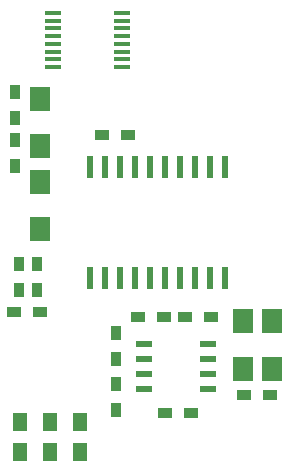
<source format=gtp>
%TF.GenerationSoftware,KiCad,Pcbnew,(5.1.6-0-10_14)*%
%TF.CreationDate,2020-09-10T15:52:44+09:00*%
%TF.ProjectId,qPCR-photosensing,71504352-2d70-4686-9f74-6f73656e7369,rev?*%
%TF.SameCoordinates,Original*%
%TF.FileFunction,Paste,Top*%
%TF.FilePolarity,Positive*%
%FSLAX46Y46*%
G04 Gerber Fmt 4.6, Leading zero omitted, Abs format (unit mm)*
G04 Created by KiCad (PCBNEW (5.1.6-0-10_14)) date 2020-09-10 15:52:44*
%MOMM*%
%LPD*%
G01*
G04 APERTURE LIST*
%ADD10R,1.200000X0.900000*%
%ADD11R,1.700000X2.000000*%
%ADD12R,0.900000X1.200000*%
%ADD13R,0.558800X1.981200*%
%ADD14R,1.473200X0.355600*%
%ADD15R,1.460500X0.558800*%
%ADD16R,1.250000X1.500000*%
G04 APERTURE END LIST*
D10*
%TO.C,C1*%
X93000000Y-94000000D03*
X90800000Y-94000000D03*
%TD*%
%TO.C,C2*%
X100470800Y-79038200D03*
X98270800Y-79038200D03*
%TD*%
D11*
%TO.C,C3*%
X93000000Y-83000000D03*
X93000000Y-87000000D03*
%TD*%
D12*
%TO.C,C4*%
X99444300Y-102305000D03*
X99444300Y-100105000D03*
%TD*%
D11*
%TO.C,C5*%
X93000000Y-80000000D03*
X93000000Y-76000000D03*
%TD*%
D10*
%TO.C,C6*%
X105769000Y-102619000D03*
X103569000Y-102619000D03*
%TD*%
D11*
%TO.C,C8*%
X110163000Y-98821500D03*
X110163000Y-94821500D03*
%TD*%
%TO.C,C9*%
X112652000Y-94821500D03*
X112652000Y-98821500D03*
%TD*%
D12*
%TO.C,R1*%
X92765600Y-90000000D03*
X92765600Y-92200000D03*
%TD*%
%TO.C,R2*%
X91190800Y-90000000D03*
X91190800Y-92200000D03*
%TD*%
%TO.C,R3*%
X90875100Y-81657800D03*
X90875100Y-79457800D03*
%TD*%
%TO.C,R4*%
X90875100Y-77619200D03*
X90875100Y-75419200D03*
%TD*%
D10*
%TO.C,R5*%
X112500000Y-101044000D03*
X110300000Y-101044000D03*
%TD*%
D12*
%TO.C,R6*%
X99444300Y-95778900D03*
X99444300Y-97978900D03*
%TD*%
D10*
%TO.C,R7*%
X103491000Y-94465900D03*
X101291000Y-94465900D03*
%TD*%
%TO.C,R8*%
X107522000Y-94465900D03*
X105322000Y-94465900D03*
%TD*%
D13*
%TO.C,U1*%
X108685000Y-91141300D03*
X107415000Y-91141300D03*
X106145000Y-91141300D03*
X104875000Y-91141300D03*
X103605000Y-91141300D03*
X102335000Y-91141300D03*
X101065000Y-91141300D03*
X99795000Y-91141300D03*
X98525000Y-91141300D03*
X97255000Y-91141300D03*
X97255000Y-81768700D03*
X98525000Y-81768700D03*
X99795000Y-81768700D03*
X101065000Y-81768700D03*
X102335000Y-81768700D03*
X103605000Y-81768700D03*
X104875000Y-81768700D03*
X106145000Y-81768700D03*
X107415000Y-81768700D03*
X108685000Y-81768700D03*
%TD*%
D14*
%TO.C,U2*%
X94079000Y-73274999D03*
X94079000Y-72624998D03*
X94079000Y-71974999D03*
X94079000Y-71324998D03*
X94079000Y-70674999D03*
X94079000Y-70025001D03*
X94079000Y-69374999D03*
X94079000Y-68725001D03*
X99921000Y-68725001D03*
X99921000Y-69375002D03*
X99921000Y-70025001D03*
X99921000Y-70675002D03*
X99921000Y-71325001D03*
X99921000Y-71974999D03*
X99921000Y-72625001D03*
X99921000Y-73274999D03*
%TD*%
D15*
%TO.C,U3*%
X107248150Y-96701100D03*
X107248150Y-97971100D03*
X107248150Y-99241100D03*
X107248150Y-100511100D03*
X101799850Y-100511100D03*
X101799850Y-99241100D03*
X101799850Y-97971100D03*
X101799850Y-96701100D03*
%TD*%
D16*
%TO.C,C10*%
X91313000Y-105873000D03*
X91313000Y-103373000D03*
%TD*%
%TO.C,C11*%
X93853000Y-103373000D03*
X93853000Y-105873000D03*
%TD*%
%TO.C,C12*%
X96393000Y-105873000D03*
X96393000Y-103373000D03*
%TD*%
M02*

</source>
